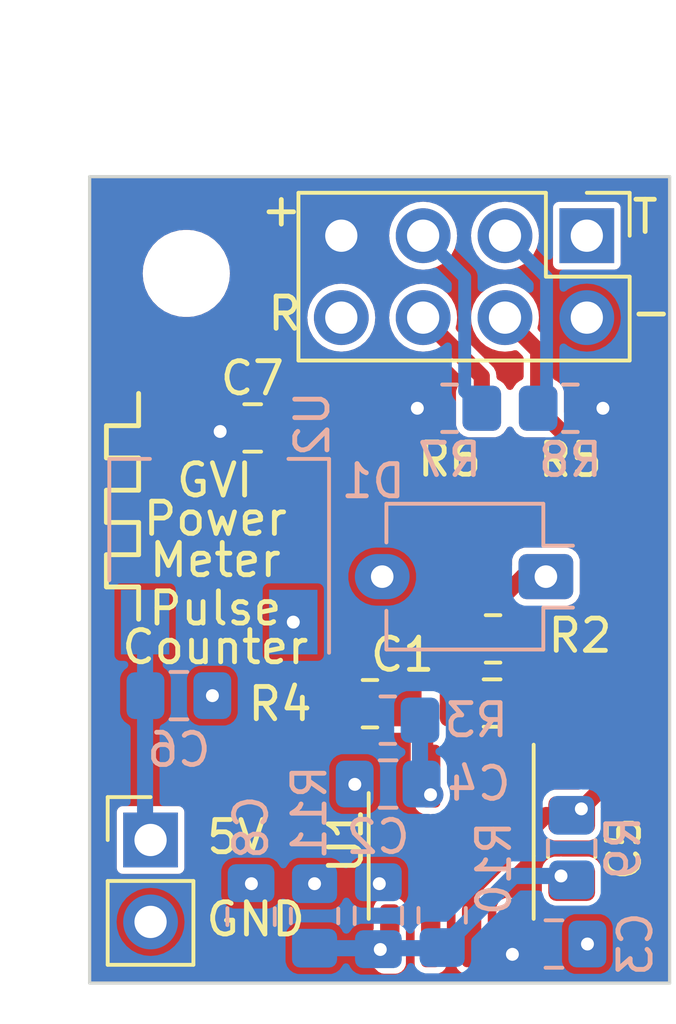
<source format=kicad_pcb>
(kicad_pcb (version 20221018) (generator pcbnew)
  (layers (0 "F.Cu" signal) (31 "B.Cu" signal) (34 "B.Paste" user) (35 "F.Paste" user) (36 "B.SilkS" user "B.Silkscreen") (37 "F.SilkS" user "F.Silkscreen") (38 "B.Mask" user) (39 "F.Mask" user) (44 "Edge.Cuts" user))
  (net 0 "")
  (net 1 "Net-(D1-K)")
  (net 2 "V_TRIGG")
  (net 3 "GND")
  (net 4 "+3V3")
  (net 5 "V_BIAS")
  (net 6 "ESP_Tx")
  (net 7 "Net-(ESP1-Pin_3)")
  (net 8 "IO2")
  (net 9 "ESP_RST")
  (net 10 "IO0")
  (net 11 "ESP_Rx")
  (net 12 "+5V")
  (net 13 "Net-(U1B--)")
  (footprint "MountingHole:MountingHole_2.2mm_M2_DIN965" (layer "F.Cu") (at 27 33)
    (fp_text reference "H1" hide)
    (fp_text value "MountingHole")
    (pad "" np_thru_hole circle (at 0 0) (size 2.2 2.2) (drill 2.2) (layers "*.Cu" "*.Mask"))
  )
  (footprint "Connector_PinHeader_2.54mm:PinHeader_2x04_P2.54mm_Vertical" (layer "F.Cu") (at 39.43 31.83 -90)
    (fp_text reference "ESP1" hide)
    (fp_text value "Conn_02x04_Odd_Even")
    (fp_line (start -1.33 -1.33) (end 0 -1.33) (stroke (width 0.12)) (layer "F.SilkS"))
    (fp_line (start -1.33 0) (end -1.33 -1.33) (stroke (width 0.12)) (layer "F.SilkS"))
    (fp_line (start -1.33 1.27) (end -1.33 8.95) (stroke (width 0.12)) (layer "F.SilkS"))
    (fp_line (start -1.33 1.27) (end 1.27 1.27) (stroke (width 0.12)) (layer "F.SilkS"))
    (fp_line (start -1.33 8.95) (end 3.87 8.95) (stroke (width 0.12)) (layer "F.SilkS"))
    (fp_line (start 1.27 -1.33) (end 3.87 -1.33) (stroke (width 0.12)) (layer "F.SilkS"))
    (fp_line (start 1.27 1.27) (end 1.27 -1.33) (stroke (width 0.12)) (layer "F.SilkS"))
    (fp_line (start 3.87 -1.33) (end 3.87 8.95) (stroke (width 0.12)) (layer "F.SilkS"))
    (pad "1" thru_hole rect (at 0 0 270) (size 1.7 1.7) (drill 1) (layers "*.Cu" "*.Mask") (net 6 "ESP_Tx"))
    (pad "2" thru_hole oval (at 2.54 0 270) (size 1.7 1.7) (drill 1) (layers "*.Cu" "*.Mask") (net 3 "GND"))
    (pad "3" thru_hole oval (at 0 2.54 270) (size 1.7 1.7) (drill 1) (layers "*.Cu" "*.Mask") (net 7 "Net-(ESP1-Pin_3)"))
    (pad "4" thru_hole oval (at 2.54 2.54 270) (size 1.7 1.7) (drill 1) (layers "*.Cu" "*.Mask") (net 8 "IO2"))
    (pad "5" thru_hole oval (at 0 5.08 270) (size 1.7 1.7) (drill 1) (layers "*.Cu" "*.Mask") (net 9 "ESP_RST"))
    (pad "6" thru_hole oval (at 2.54 5.08 270) (size 1.7 1.7) (drill 1) (layers "*.Cu" "*.Mask") (net 10 "IO0"))
    (pad "7" thru_hole oval (at 0 7.62 270) (size 1.7 1.7) (drill 1) (layers "*.Cu" "*.Mask") (net 4 "+3V3"))
    (pad "8" thru_hole oval (at 2.54 7.62 270) (size 1.7 1.7) (drill 1) (layers "*.Cu" "*.Mask") (net 11 "ESP_Rx"))
  )
  (footprint "Resistor_SMD:R_0805_2012Metric_Pad1.20x1.40mm_HandSolder" (layer "F.Cu") (at 38.92 37.18)
    (fp_text reference "R5" (at 0 1.6) (layer "F.SilkS"))
    (fp_text value "10k")
    (fp_line (start -0.227064 -0.735) (end 0.227064 -0.735) (stroke (width 0.12)) (layer "F.SilkS"))
    (fp_line (start -0.227064 0.735) (end 0.227064 0.735) (stroke (width 0.12)) (layer "F.SilkS"))
    (pad "1" smd roundrect (at -1 0) (size 1.2 1.4) (layers "F.Cu" "F.Paste" "F.Mask") (roundrect_rratio 0.208333) (net 8 "IO2"))
    (pad "2" smd roundrect (at 1 0) (size 1.2 1.4) (layers "F.Cu" "F.Paste" "F.Mask") (roundrect_rratio 0.208333) (net 4 "+3V3"))
  )
  (footprint "Connector_PinHeader_2.54mm:PinHeader_1x02_P2.54mm_Vertical" (layer "F.Cu") (at 25.89 50.565)
    (fp_text reference "J1" hide)
    (fp_text value "Conn_01x02")
    (fp_line (start -1.33 -1.33) (end 0 -1.33) (stroke (width 0.12)) (layer "F.SilkS"))
    (fp_line (start -1.33 0) (end -1.33 -1.33) (stroke (width 0.12)) (layer "F.SilkS"))
    (fp_line (start -1.33 1.27) (end -1.33 3.87) (stroke (width 0.12)) (layer "F.SilkS"))
    (fp_line (start -1.33 1.27) (end 1.33 1.27) (stroke (width 0.12)) (layer "F.SilkS"))
    (fp_line (start -1.33 3.87) (end 1.33 3.87) (stroke (width 0.12)) (layer "F.SilkS"))
    (fp_line (start 1.33 1.27) (end 1.33 3.87) (stroke (width 0.12)) (layer "F.SilkS"))
    (pad "1" thru_hole rect (at 0 0) (size 1.7 1.7) (drill 1) (layers "*.Cu" "*.Mask") (net 12 "+5V"))
    (pad "2" thru_hole oval (at 0 2.54) (size 1.7 1.7) (drill 1) (layers "*.Cu" "*.Mask") (net 3 "GND"))
  )
  (footprint "Resistor_SMD:R_0805_2012Metric_Pad1.20x1.40mm_HandSolder" (layer "F.Cu") (at 36.52 44.33)
    (fp_text reference "R2" (at 2.7 -0.1) (layer "F.SilkS"))
    (fp_text value "330k")
    (fp_line (start -0.227064 -0.735) (end 0.227064 -0.735) (stroke (width 0.12)) (layer "F.SilkS"))
    (fp_line (start -0.227064 0.735) (end 0.227064 0.735) (stroke (width 0.12)) (layer "F.SilkS"))
    (pad "1" smd roundrect (at -1 0) (size 1.2 1.4) (layers "F.Cu" "F.Paste" "F.Mask") (roundrect_rratio 0.208333) (net 1 "Net-(D1-K)"))
    (pad "2" smd roundrect (at 1 0) (size 1.2 1.4) (layers "F.Cu" "F.Paste" "F.Mask") (roundrect_rratio 0.208333) (net 13 "Net-(U1B--)"))
  )
  (footprint "Capacitor_SMD:C_0805_2012Metric_Pad1.18x1.45mm_HandSolder" (layer "F.Cu") (at 38.96 50.83 90)
    (fp_text reference "C5" (at 0 1.62 90) (layer "F.SilkS"))
    (fp_text value "100p")
    (fp_line (start -0.261252 -0.735) (end 0.261252 -0.735) (stroke (width 0.12)) (layer "F.SilkS"))
    (fp_line (start -0.261252 0.735) (end 0.261252 0.735) (stroke (width 0.12)) (layer "F.SilkS"))
    (pad "1" smd roundrect (at -1.0375 0 90) (size 1.175 1.45) (layers "F.Cu" "F.Paste" "F.Mask") (roundrect_rratio 0.212766) (net 2 "V_TRIGG"))
    (pad "2" smd roundrect (at 1.0375 0 90) (size 1.175 1.45) (layers "F.Cu" "F.Paste" "F.Mask") (roundrect_rratio 0.212766) (net 8 "IO2"))
  )
  (footprint "Package_SO:SOIC-8_3.9x4.9mm_P1.27mm" (layer "F.Cu") (at 35.22 51.06 -90)
    (fp_text reference "U1" (at -0.47 3.27 90) (layer "F.SilkS"))
    (fp_text value "OPA2354")
    (fp_line (start 0 -2.56) (end -3.45 -2.56) (stroke (width 0.12)) (layer "F.SilkS"))
    (fp_line (start 0 -2.56) (end 1.95 -2.56) (stroke (width 0.12)) (layer "F.SilkS"))
    (fp_line (start 0 2.56) (end -1.95 2.56) (stroke (width 0.12)) (layer "F.SilkS"))
    (fp_line (start 0 2.56) (end 1.95 2.56) (stroke (width 0.12)) (layer "F.SilkS"))
    (pad "1" smd roundrect (at -2.475 -1.905 270) (size 1.95 0.6) (layers "F.Cu" "F.Paste" "F.Mask") (net 13 "Net-(U1B--)"))
    (pad "2" smd roundrect (at -2.475 -0.635 270) (size 1.95 0.6) (layers "F.Cu" "F.Paste" "F.Mask") (net 1 "Net-(D1-K)"))
    (pad "3" smd roundrect (at -2.475 0.635 270) (size 1.95 0.6) (layers "F.Cu" "F.Paste" "F.Mask") (net 5 "V_BIAS"))
    (pad "4" smd roundrect (at -2.475 1.905 270) (size 1.95 0.6) (layers "F.Cu" "F.Paste" "F.Mask") (net 3 "GND"))
    (pad "5" smd roundrect (at 2.475 1.905 270) (size 1.95 0.6) (layers "F.Cu" "F.Paste" "F.Mask") (net 2 "V_TRIGG"))
    (pad "6" smd roundrect (at 2.475 0.635 270) (size 1.95 0.6) (layers "F.Cu" "F.Paste" "F.Mask") (net 13 "Net-(U1B--)"))
    (pad "7" smd roundrect (at 2.475 -0.635 270) (size 1.95 0.6) (layers "F.Cu" "F.Paste" "F.Mask") (net 8 "IO2"))
    (pad "8" smd roundrect (at 2.475 -1.905 270) (size 1.95 0.6) (layers "F.Cu" "F.Paste" "F.Mask") (net 4 "+3V3"))
  )
  (footprint "Resistor_SMD:R_0805_2012Metric_Pad1.20x1.40mm_HandSolder" (layer "F.Cu") (at 35.17 37.18 180)
    (fp_text reference "R6" (at 0 -1.59) (layer "F.SilkS"))
    (fp_text value "10k")
    (fp_line (start -0.227064 -0.735) (end 0.227064 -0.735) (stroke (width 0.12)) (layer "F.SilkS"))
    (fp_line (start -0.227064 0.735) (end 0.227064 0.735) (stroke (width 0.12)) (layer "F.SilkS"))
    (pad "1" smd roundrect (at -1 0 180) (size 1.2 1.4) (layers "F.Cu" "F.Paste" "F.Mask") (roundrect_rratio 0.208333) (net 10 "IO0"))
    (pad "2" smd roundrect (at 1 0 180) (size 1.2 1.4) (layers "F.Cu" "F.Paste" "F.Mask") (roundrect_rratio 0.208333) (net 4 "+3V3"))
  )
  (footprint "Resistor_SMD:R_0805_2012Metric_Pad1.20x1.40mm_HandSolder" (layer "F.Cu") (at 32.7 46.34)
    (fp_text reference "R4" (at -2.79 0.01) (layer "F.SilkS"))
    (fp_text value "10k")
    (fp_line (start -0.227064 -0.735) (end 0.227064 -0.735) (stroke (width 0.12)) (layer "F.SilkS"))
    (fp_line (start -0.227064 0.735) (end 0.227064 0.735) (stroke (width 0.12)) (layer "F.SilkS"))
    (pad "1" smd roundrect (at -1 0) (size 1.2 1.4) (layers "F.Cu" "F.Paste" "F.Mask") (roundrect_rratio 0.208333) (net 3 "GND"))
    (pad "2" smd roundrect (at 1 0) (size 1.2 1.4) (layers "F.Cu" "F.Paste" "F.Mask") (roundrect_rratio 0.208333) (net 5 "V_BIAS"))
  )
  (footprint "Capacitor_SMD:C_0805_2012Metric_Pad1.18x1.45mm_HandSolder" (layer "F.Cu") (at 29.06 37.79)
    (fp_text reference "C7" (at -0.01 -1.54) (layer "F.SilkS"))
    (fp_text value "10u")
    (fp_line (start -0.261252 -0.735) (end 0.261252 -0.735) (stroke (width 0.12)) (layer "F.SilkS"))
    (fp_line (start -0.261252 0.735) (end 0.261252 0.735) (stroke (width 0.12)) (layer "F.SilkS"))
    (pad "1" smd roundrect (at -1.0375 0) (size 1.175 1.45) (layers "F.Cu" "F.Paste" "F.Mask") (roundrect_rratio 0.212766) (net 4 "+3V3"))
    (pad "2" smd roundrect (at 1.0375 0) (size 1.175 1.45) (layers "F.Cu" "F.Paste" "F.Mask") (roundrect_rratio 0.212766) (net 3 "GND"))
  )
  (footprint "Capacitor_SMD:C_0805_2012Metric_Pad1.18x1.45mm_HandSolder" (layer "F.Cu") (at 36.49 46.32 180)
    (fp_text reference "C1" (at 2.78 1.5) (layer "F.SilkS"))
    (fp_text value "4.7n")
    (fp_line (start -0.261252 -0.735) (end 0.261252 -0.735) (stroke (width 0.12)) (layer "F.SilkS"))
    (fp_line (start -0.261252 0.735) (end 0.261252 0.735) (stroke (width 0.12)) (layer "F.SilkS"))
    (pad "1" smd roundrect (at -1.0375 0 180) (size 1.175 1.45) (layers "F.Cu" "F.Paste" "F.Mask") (roundrect_rratio 0.212766) (net 13 "Net-(U1B--)"))
    (pad "2" smd roundrect (at 1.0375 0 180) (size 1.175 1.45) (layers "F.Cu" "F.Paste" "F.Mask") (roundrect_rratio 0.212766) (net 1 "Net-(D1-K)"))
  )
  (footprint "Resistor_SMD:R_0805_2012Metric_Pad1.20x1.40mm_HandSolder" (layer "B.Cu") (at 30.98 52.92 -90)
    (fp_text reference "R11" (at -3.21 0.16 90) (layer "B.SilkS") (effects (justify mirror)))
    (fp_text value "10k")
    (fp_line (start -0.227064 -0.735) (end 0.227064 -0.735) (stroke (width 0.12)) (layer "B.SilkS"))
    (fp_line (start -0.227064 0.735) (end 0.227064 0.735) (stroke (width 0.12)) (layer "B.SilkS"))
    (pad "1" smd roundrect (at -1 0 270) (size 1.2 1.4) (layers "B.Cu" "B.Paste" "B.Mask") (roundrect_rratio 0.208333) (net 3 "GND"))
    (pad "2" smd roundrect (at 1 0 270) (size 1.2 1.4) (layers "B.Cu" "B.Paste" "B.Mask") (roundrect_rratio 0.208333) (net 2 "V_TRIGG"))
  )
  (footprint "Capacitor_SMD:C_0805_2012Metric_Pad1.18x1.45mm_HandSolder" (layer "B.Cu") (at 32.96 52.9125 90)
    (fp_text reference "C2" (at 2.4425 -0.01 180) (layer "B.SilkS") (effects (justify mirror)))
    (fp_text value "10u")
    (fp_line (start -0.261252 -0.735) (end 0.261252 -0.735) (stroke (width 0.12)) (layer "B.SilkS"))
    (fp_line (start -0.261252 0.735) (end 0.261252 0.735) (stroke (width 0.12)) (layer "B.SilkS"))
    (pad "1" smd roundrect (at -1.0375 0 90) (size 1.175 1.45) (layers "B.Cu" "B.Paste" "B.Mask") (roundrect_rratio 0.212766) (net 2 "V_TRIGG"))
    (pad "2" smd roundrect (at 1.0375 0 90) (size 1.175 1.45) (layers "B.Cu" "B.Paste" "B.Mask") (roundrect_rratio 0.212766) (net 3 "GND"))
  )
  (footprint "Resistor_SMD:R_0805_2012Metric_Pad1.20x1.40mm_HandSolder" (layer "B.Cu") (at 33.2525 46.85 180)
    (fp_text reference "R3" (at -2.7475 0) (layer "B.SilkS") (effects (justify mirror)))
    (fp_text value "100k")
    (fp_line (start -0.227064 -0.735) (end 0.227064 -0.735) (stroke (width 0.12)) (layer "B.SilkS"))
    (fp_line (start -0.227064 0.735) (end 0.227064 0.735) (stroke (width 0.12)) (layer "B.SilkS"))
    (pad "1" smd roundrect (at -1 0 180) (size 1.2 1.4) (layers "B.Cu" "B.Paste" "B.Mask") (roundrect_rratio 0.208333) (net 5 "V_BIAS"))
    (pad "2" smd roundrect (at 1 0 180) (size 1.2 1.4) (layers "B.Cu" "B.Paste" "B.Mask") (roundrect_rratio 0.208333) (net 4 "+3V3"))
  )
  (footprint "Capacitor_SMD:C_0805_2012Metric_Pad1.18x1.45mm_HandSolder" (layer "B.Cu") (at 29.01 52.94 90)
    (fp_text reference "C8" (at 2.77 0 90) (layer "B.SilkS") (effects (justify mirror)))
    (fp_text value "100n")
    (fp_line (start -0.261252 -0.735) (end 0.261252 -0.735) (stroke (width 0.12)) (layer "B.SilkS"))
    (fp_line (start -0.261252 0.735) (end 0.261252 0.735) (stroke (width 0.12)) (layer "B.SilkS"))
    (pad "1" smd roundrect (at -1.0375 0 90) (size 1.175 1.45) (layers "B.Cu" "B.Paste" "B.Mask") (roundrect_rratio 0.212766) (net 4 "+3V3"))
    (pad "2" smd roundrect (at 1.0375 0 90) (size 1.175 1.45) (layers "B.Cu" "B.Paste" "B.Mask") (roundrect_rratio 0.212766) (net 3 "GND"))
  )
  (footprint "Resistor_SMD:R_0805_2012Metric_Pad1.20x1.40mm_HandSolder" (layer "B.Cu") (at 34.94 52.9 90)
    (fp_text reference "R10" (at 1.46 1.61 90) (layer "B.SilkS") (effects (justify mirror)))
    (fp_text value "22k")
    (fp_line (start -0.227064 -0.735) (end 0.227064 -0.735) (stroke (width 0.12)) (layer "B.SilkS"))
    (fp_line (start -0.227064 0.735) (end 0.227064 0.735) (stroke (width 0.12)) (layer "B.SilkS"))
    (pad "1" smd roundrect (at -1 0 90) (size 1.2 1.4) (layers "B.Cu" "B.Paste" "B.Mask") (roundrect_rratio 0.208333) (net 2 "V_TRIGG"))
    (pad "2" smd roundrect (at 1 0 90) (size 1.2 1.4) (layers "B.Cu" "B.Paste" "B.Mask") (roundrect_rratio 0.208333) (net 4 "+3V3"))
  )
  (footprint "Capacitor_SMD:C_0805_2012Metric_Pad1.18x1.45mm_HandSolder" (layer "B.Cu") (at 38.41 53.79)
    (fp_text reference "C3" (at 2.53 0 90) (layer "B.SilkS") (effects (justify mirror)))
    (fp_text value "1u")
    (fp_line (start -0.261252 -0.735) (end 0.261252 -0.735) (stroke (width 0.12)) (layer "B.SilkS"))
    (fp_line (start -0.261252 0.735) (end 0.261252 0.735) (stroke (width 0.12)) (layer "B.SilkS"))
    (pad "1" smd roundrect (at -1.0375 0) (size 1.175 1.45) (layers "B.Cu" "B.Paste" "B.Mask") (roundrect_rratio 0.212766) (net 4 "+3V3"))
    (pad "2" smd roundrect (at 1.0375 0) (size 1.175 1.45) (layers "B.Cu" "B.Paste" "B.Mask") (roundrect_rratio 0.212766) (net 3 "GND"))
  )
  (footprint "Resistor_SMD:R_0805_2012Metric_Pad1.20x1.40mm_HandSolder" (layer "B.Cu") (at 35.17 37.18 180)
    (fp_text reference "R7" (at 0 -1.6) (layer "B.SilkS") (effects (justify mirror)))
    (fp_text value "10k")
    (fp_line (start -0.227064 -0.735) (end 0.227064 -0.735) (stroke (width 0.12)) (layer "B.SilkS"))
    (fp_line (start -0.227064 0.735) (end 0.227064 0.735) (stroke (width 0.12)) (layer "B.SilkS"))
    (pad "1" smd roundrect (at -1 0 180) (size 1.2 1.4) (layers "B.Cu" "B.Paste" "B.Mask") (roundrect_rratio 0.208333) (net 9 "ESP_RST"))
    (pad "2" smd roundrect (at 1 0 180) (size 1.2 1.4) (layers "B.Cu" "B.Paste" "B.Mask") (roundrect_rratio 0.208333) (net 4 "+3V3"))
  )
  (footprint "Resistor_SMD:R_0805_2012Metric_Pad1.20x1.40mm_HandSolder" (layer "B.Cu") (at 38.92 37.18)
    (fp_text reference "R8" (at 0 1.6) (layer "B.SilkS") (effects (justify mirror)))
    (fp_text value "10k")
    (fp_line (start -0.227064 -0.735) (end 0.227064 -0.735) (stroke (width 0.12)) (layer "B.SilkS"))
    (fp_line (start -0.227064 0.735) (end 0.227064 0.735) (stroke (width 0.12)) (layer "B.SilkS"))
    (pad "1" smd roundrect (at -1 0) (size 1.2 1.4) (layers "B.Cu" "B.Paste" "B.Mask") (roundrect_rratio 0.208333) (net 7 "Net-(ESP1-Pin_3)"))
    (pad "2" smd roundrect (at 1 0) (size 1.2 1.4) (layers "B.Cu" "B.Paste" "B.Mask") (roundrect_rratio 0.208333) (net 4 "+3V3"))
  )
  (footprint "Capacitor_SMD:C_0805_2012Metric_Pad1.18x1.45mm_HandSolder" (layer "B.Cu") (at 26.77 46.09)
    (fp_text reference "C6" (at 0 1.68) (layer "B.SilkS") (effects (justify mirror)))
    (fp_text value "100n")
    (fp_line (start -0.261252 -0.735) (end 0.261252 -0.735) (stroke (width 0.12)) (layer "B.SilkS"))
    (fp_line (start -0.261252 0.735) (end 0.261252 0.735) (stroke (width 0.12)) (layer "B.SilkS"))
    (pad "1" smd roundrect (at -1.0375 0) (size 1.175 1.45) (layers "B.Cu" "B.Paste" "B.Mask") (roundrect_rratio 0.212766) (net 12 "+5V"))
    (pad "2" smd roundrect (at 1.0375 0) (size 1.175 1.45) (layers "B.Cu" "B.Paste" "B.Mask") (roundrect_rratio 0.212766) (net 3 "GND"))
  )
  (footprint "Capacitor_SMD:C_0805_2012Metric_Pad1.18x1.45mm_HandSolder" (layer "B.Cu") (at 33.2625 48.83 180)
    (fp_text reference "C4" (at -2.8175 0.01) (layer "B.SilkS") (effects (justify mirror)))
    (fp_text value "4.7u")
    (fp_line (start -0.261252 -0.735) (end 0.261252 -0.735) (stroke (width 0.12)) (layer "B.SilkS"))
    (fp_line (start -0.261252 0.735) (end 0.261252 0.735) (stroke (width 0.12)) (layer "B.SilkS"))
    (pad "1" smd roundrect (at -1.0375 0 180) (size 1.175 1.45) (layers "B.Cu" "B.Paste" "B.Mask") (roundrect_rratio 0.212766) (net 5 "V_BIAS"))
    (pad "2" smd roundrect (at 1.0375 0 180) (size 1.175 1.45) (layers "B.Cu" "B.Paste" "B.Mask") (roundrect_rratio 0.212766) (net 3 "GND"))
  )
  (footprint "OptoDevice:Osram_DIL2_4.3x4.65mm_P5.08mm" (layer "B.Cu") (at 38.16 42.4 180)
    (fp_text reference "D1" (at 5.36 2.96) (layer "B.SilkS") (effects (justify mirror)))
    (fp_text value "BPW34")
    (fp_line (start 0.08 -0.96) (end -0.84 -0.96) (stroke (width 0.12)) (layer "B.SilkS"))
    (fp_line (start 0.08 -0.96) (end 0.08 -2.26) (stroke (width 0.12)) (layer "B.SilkS"))
    (fp_line (start 0.08 0.96) (end -0.84 0.96) (stroke (width 0.12)) (layer "B.SilkS"))
    (fp_line (start 0.08 2.26) (end 0.08 0.96) (stroke (width 0.12)) (layer "B.SilkS"))
    (fp_line (start 0.08 2.26) (end 4.95 2.26) (stroke (width 0.12)) (layer "B.SilkS"))
    (fp_line (start 4.95 -2.26) (end 0.08 -2.26) (stroke (width 0.12)) (layer "B.SilkS"))
    (fp_line (start 4.95 -1.06) (end 4.95 -2.26) (stroke (width 0.12)) (layer "B.SilkS"))
    (fp_line (start 4.95 2.26) (end 4.95 1.06) (stroke (width 0.12)) (layer "B.SilkS"))
    (pad "1" thru_hole roundrect (at 0 0 180) (size 1.7 1.4) (drill 0.7) (layers "*.Cu" "*.Mask") (roundrect_rratio 0.178) (net 1 "Net-(D1-K)"))
    (pad "2" thru_hole oval (at 5.08 0 180) (size 1.7 1.4) (drill 0.7) (layers "*.Cu" "*.Mask") (net 3 "GND"))
  )
  (footprint "Resistor_SMD:R_0805_2012Metric_Pad1.20x1.40mm_HandSolder" (layer "B.Cu") (at 38.96 50.8 90)
    (fp_text reference "R9" (at 0 1.6 90) (layer "B.SilkS") (effects (justify mirror)))
    (fp_text value "47k")
    (fp_line (start -0.227064 -0.735) (end 0.227064 -0.735) (stroke (width 0.12)) (layer "B.SilkS"))
    (fp_line (start -0.227064 0.735) (end 0.227064 0.735) (stroke (width 0.12)) (layer "B.SilkS"))
    (pad "1" smd roundrect (at -1 0 90) (size 1.2 1.4) (layers "B.Cu" "B.Paste" "B.Mask") (roundrect_rratio 0.208333) (net 2 "V_TRIGG"))
    (pad "2" smd roundrect (at 1 0 90) (size 1.2 1.4) (layers "B.Cu" "B.Paste" "B.Mask") (roundrect_rratio 0.208333) (net 8 "IO2"))
  )
  (footprint "Package_TO_SOT_SMD:SOT-223-3_TabPin2" (layer "B.Cu") (at 28.02 40.66 90)
    (fp_text reference "U2" (at 3 2.89 90) (layer "B.SilkS") (effects (justify mirror)))
    (fp_text value "AP1117-33")
    (fp_line (start -4.1 3.41) (end 1.91 3.41) (stroke (width 0.12)) (layer "B.SilkS"))
    (fp_line (start -1.85 -3.41) (end 1.91 -3.41) (stroke (width 0.12)) (layer "B.SilkS"))
    (fp_line (start 1.91 -3.41) (end 1.91 -2.15) (stroke (width 0.12)) (layer "B.SilkS"))
    (fp_line (start 1.91 3.41) (end 1.91 2.15) (stroke (width 0.12)) (layer "B.SilkS"))
    (pad "1" smd rect (at -3.15 2.3 90) (size 2 1.5) (layers "B.Cu" "B.Paste" "B.Mask") (net 3 "GND"))
    (pad "2" smd rect (at -3.15 0 90) (size 2 1.5) (layers "B.Cu" "B.Paste" "B.Mask") (net 4 "+3V3"))
    (pad "2" smd rect (at 3.15 0 90) (size 2 3.8) (layers "B.Cu" "B.Paste" "B.Mask") (net 4 "+3V3"))
    (pad "3" smd rect (at -3.15 -2.3 90) (size 2 1.5) (layers "B.Cu" "B.Paste" "B.Mask") (net 12 "+5V"))
  )
  (gr_line (start 25.52 43.72) (end 25.52 42.72) (stroke (width 0.15)) (layer "F.SilkS"))
  (gr_line (start 25.52 37.72) (end 24.52 37.72) (stroke (width 0.15)) (layer "F.SilkS"))
  (gr_line (start 25.52 37.72) (end 25.52 36.72) (stroke (width 0.15)) (layer "F.SilkS"))
  (gr_line (start 25.52 41.72) (end 24.52 41.72) (stroke (width 0.15)) (layer "F.SilkS"))
  (gr_line (start 25.52 42.72) (end 24.52 42.72) (stroke (width 0.15)) (layer "F.SilkS"))
  (gr_line (start 25.52 39.72) (end 25.52 38.72) (stroke (width 0.15)) (layer "F.SilkS"))
  (gr_line (start 25.52 41.72) (end 25.52 40.72) (stroke (width 0.15)) (layer "F.SilkS"))
  (gr_line (start 25.52 39.72) (end 24.52 39.72) (stroke (width 0.15)) (layer "F.SilkS"))
  (gr_line (start 25.52 38.72) (end 24.52 38.72) (stroke (width 0.15)) (layer "F.SilkS"))
  (gr_line (start 24.52 38.72) (end 24.52 37.72) (stroke (width 0.15)) (layer "F.SilkS"))
  (gr_line (start 24.52 40.72) (end 24.52 39.72) (stroke (width 0.15)) (layer "F.SilkS"))
  (gr_line (start 24.52 42.72) (end 24.52 41.72) (stroke (width 0.15)) (layer "F.SilkS"))
  (gr_line (start 25.52 40.72) (end 24.52 40.72) (stroke (width 0.15)) (layer "F.SilkS"))
  (gr_line (start 42 55) (end 24 55) (stroke (width 0.1)) (layer "Edge.Cuts"))
  (gr_line (start 24 30) (end 42 30) (stroke (width 0.1)) (layer "Edge.Cuts"))
  (gr_line (start 42 30) (end 42 55) (stroke (width 0.1)) (layer "Edge.Cuts"))
  (gr_line (start 24 55) (end 24 30) (stroke (width 0.1)) (layer "Edge.Cuts"))
  (gr_text "+" (at 29.23 31.6) (layer "F.SilkS") (effects (font (size 1 1)) (justify left bottom)))
  (gr_text "GVI" (at 27.88 40) (layer "F.SilkS") (effects (font (size 1 1)) (justify bottom)))
  (gr_text "R" (at 29.45 34.83) (layer "F.SilkS") (effects (font (size 1 1)) (justify left bottom)))
  (gr_text "Pulse" (at 27.9 43.97) (layer "F.SilkS") (effects (font (size 1 1)) (justify bottom)))
  (gr_text "Counter" (at 27.9 45.17) (layer "F.SilkS") (effects (font (size 1 1)) (justify bottom)))
  (gr_text "GND" (at 27.53 53.61) (layer "F.SilkS") (effects (font (size 1 1)) (justify left bottom)))
  (gr_text "-" (at 40.71 34.77) (layer "F.SilkS") (effects (font (size 1 1)) (justify left bottom)))
  (gr_text "Meter" (at 27.9 42.47) (layer "F.SilkS") (effects (font (size 1 1)) (justify bottom)))
  (gr_text "Power" (at 27.9 41.19) (layer "F.SilkS") (effects (font (size 1 1)) (justify bottom)))
  (gr_text "5V" (at 27.55 51.06) (layer "F.SilkS") (effects (font (size 1 1)) (justify left bottom)))
  (gr_text "T" (at 40.76 31.83) (layer "F.SilkS") (effects (font (size 1 1)) (justify left bottom)))
  (segment (start 35.855 48.585) (end 35.855 44.665) (width 0.5) (layer "F.Cu") (net 1))
  (segment (start 35.855 44.665) (end 35.52 44.33) (width 0.5) (layer "F.Cu") (net 1))
  (segment (start 37.45 42.4) (end 38.16 42.4) (width 0.5) (layer "F.Cu") (net 1))
  (segment (start 35.52 44.33) (end 37.45 42.4) (width 0.5) (layer "F.Cu") (net 1))
  (via (at 33.02 53.96) (size 0.8) (drill 0.4) (layers "F.Cu" "B.Cu") (net 2))
  (via (at 38.63 51.68) (size 0.8) (drill 0.4) (layers "F.Cu" "B.Cu") (net 2))
  (segment (start 34.94 53.9) (end 37.16 51.68) (width 0.5) (layer "B.Cu") (net 2))
  (segment (start 37.16 51.68) (end 38.63 51.68) (width 0.5) (layer "B.Cu") (net 2))
  (segment (start 30.98 53.92) (end 34.92 53.92) (width 0.5) (layer "B.Cu") (net 2))
  (via (at 32.23 48.84) (size 0.8) (drill 0.4) (layers "F.Cu" "B.Cu") (net 3))
  (via (at 32.99 51.92) (size 0.8) (drill 0.4) (layers "F.Cu" "B.Cu") (net 3))
  (via (at 30.32 43.81) (size 0.8) (drill 0.4) (layers "F.Cu" "B.Cu") (net 3))
  (via (at 30.98 51.92) (size 0.8) (drill 0.4) (layers "F.Cu" "B.Cu") (net 3))
  (via (at 39.45 53.79) (size 0.8) (drill 0.4) (layers "F.Cu" "B.Cu") (net 3))
  (via (at 29.02 51.92) (size 0.8) (drill 0.4) (layers "F.Cu" "B.Cu") (net 3))
  (via (at 27.81 46.09) (size 0.8) (drill 0.4) (layers "F.Cu" "B.Cu") (net 3))
  (via (at 34.17 37.18) (size 0.8) (drill 0.4) (layers "F.Cu" "B.Cu") (net 4))
  (via (at 39.93 37.18) (size 0.8) (drill 0.4) (layers "F.Cu" "B.Cu") (net 4))
  (via (at 28.05 37.9) (size 0.8) (drill 0.4) (layers "F.Cu" "B.Cu") (net 4))
  (via (at 37.12 54.11) (size 0.8) (drill 0.4) (layers "F.Cu" "B.Cu") (net 4))
  (segment (start 34.415 48.415) (end 34.415 47.055) (width 0.5) (layer "F.Cu") (net 5))
  (segment (start 34.585 48.585) (end 34.415 48.415) (width 0.5) (layer "F.Cu") (net 5))
  (segment (start 34.415 47.055) (end 33.7 46.34) (width 0.5) (layer "F.Cu") (net 5))
  (via (at 34.58 49.16) (size 0.8) (drill 0.4) (layers "F.Cu" "B.Cu") (net 5))
  (segment (start 34.25 48.78) (end 34.58 49.16) (width 0.5) (layer "B.Cu") (net 5))
  (segment (start 34.2525 46.85) (end 34.2525 48.7825) (width 0.5) (layer "B.Cu") (net 5))
  (segment (start 34.2525 48.7825) (end 34.3 48.83) (width 0.5) (layer "B.Cu") (net 5))
  (segment (start 37.92 37.18) (end 38.18 36.92) (width 0.4) (layer "B.Cu") (net 7))
  (segment (start 38.18 36.92) (end 38.18 33.12) (width 0.4) (layer "B.Cu") (net 7))
  (segment (start 38.18 33.12) (end 36.89 31.83) (width 0.4) (layer "B.Cu") (net 7))
  (segment (start 37.92 35.4) (end 36.89 34.37) (width 0.5) (layer "F.Cu") (net 8))
  (segment (start 40.97 40.23) (end 37.92 37.18) (width 0.5) (layer "F.Cu") (net 8))
  (segment (start 35.855 52.10495) (end 38.16745 49.7925) (width 0.5) (layer "F.Cu") (net 8))
  (segment (start 40.97 47.89) (end 39.26 49.6) (width 0.5) (layer "F.Cu") (net 8))
  (segment (start 40.97 40.23) (end 40.97 47.89) (width 0.5) (layer "F.Cu") (net 8))
  (segment (start 39.28 49.61) (end 39.1425 49.7925) (width 0.5) (layer "F.Cu") (net 8))
  (segment (start 35.855 53.535) (end 35.855 52.10495) (width 0.5) (layer "F.Cu") (net 8))
  (segment (start 39.1425 49.7925) (end 38.96 49.7925) (width 0.5) (layer "F.Cu") (net 8))
  (segment (start 37.92 37.18) (end 37.92 35.4) (width 0.5) (layer "F.Cu") (net 8))
  (segment (start 38.7775 49.7925) (end 39.28 49.61) (width 0.5) (layer "F.Cu") (net 8))
  (segment (start 38.16745 49.7925) (end 38.7775 49.7925) (width 0.5) (layer "F.Cu") (net 8))
  (via (at 39.26 49.6) (size 0.8) (drill 0.4) (layers "F.Cu" "B.Cu") (net 8))
  (segment (start 35.64 36.65) (end 35.64 33.12) (width 0.4) (layer "B.Cu") (net 9))
  (segment (start 35.64 33.12) (end 34.35 31.83) (width 0.4) (layer "B.Cu") (net 9))
  (segment (start 36.17 37.18) (end 35.64 36.65) (width 0.4) (layer "B.Cu") (net 9))
  (segment (start 36.17 37.18) (end 36.17 36.19) (width 0.5) (layer "F.Cu") (net 10))
  (segment (start 36.17 36.19) (end 34.35 34.37) (width 0.5) (layer "F.Cu") (net 10))
  (segment (start 25.72 43.81) (end 25.72 50.395) (width 0.5) (layer "B.Cu") (net 12))
  (segment (start 25.72 50.395) (end 25.89 50.565) (width 0.5) (layer "B.Cu") (net 12))
  (segment (start 34.585 52.385) (end 34.585 53.07) (width 0.5) (layer "F.Cu") (net 13))
  (segment (start 37.125 44.725) (end 37.52 44.33) (width 0.5) (layer "F.Cu") (net 13))
  (segment (start 37.125 48.585) (end 37.125 44.725) (width 0.5) (layer "F.Cu") (net 13))
  (segment (start 37.125 49.845) (end 34.585 52.385) (width 0.5) (layer "F.Cu") (net 13))
  (segment (start 37.125 48.585) (end 37.125 49.845) (width 0.5) (layer "F.Cu") (net 13))
  (zone (net 3) (net_name "GND") (layer "F.Cu") (connect_pads yes (clearance 0.2)) (min_thickness 0.25) (fill yes (thermal_gap 0.5) (thermal_bridge_width 0.5))
    (polygon (pts (xy 24 30) (xy 42 30) (xy 42 55) (xy 24 55)))
  )
  (zone (net 4) (net_name "+3V3") (layer "B.Cu") (priority 1) (connect_pads yes (clearance 0.2)) (min_thickness 0.25) (fill yes (thermal_gap 0.5) (thermal_bridge_width 0.5))
    (polygon (pts (xy 24 30) (xy 42 30) (xy 42 55) (xy 24 55)))
  )
)
</source>
